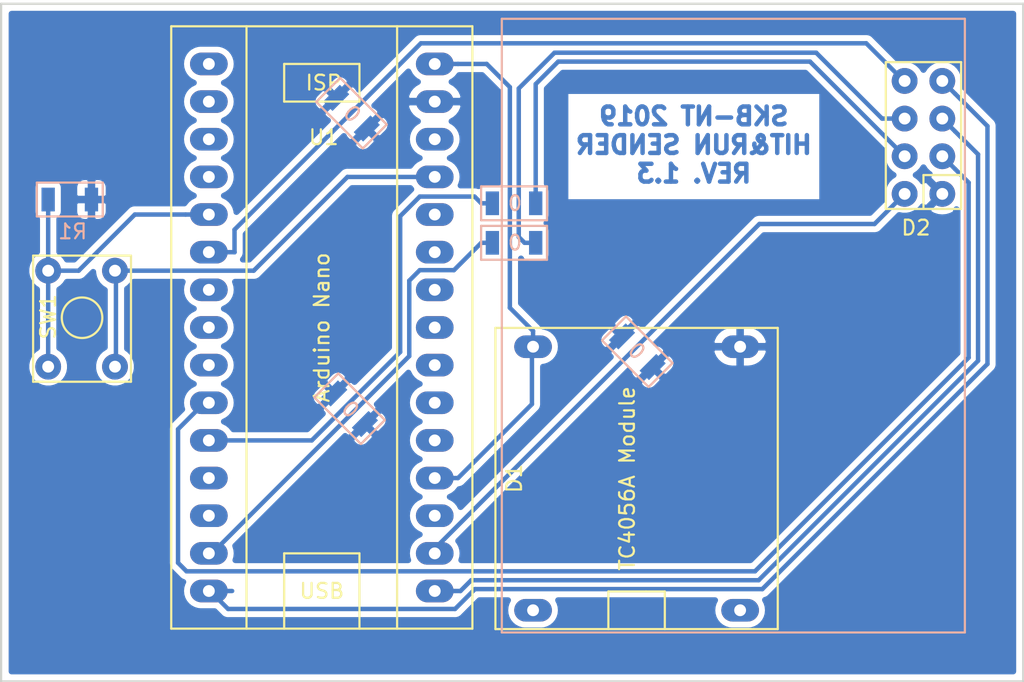
<source format=kicad_pcb>
(kicad_pcb (version 20171130) (host pcbnew "(5.1.2)-2")

  (general
    (thickness 1.6)
    (drawings 9)
    (tracks 83)
    (zones 0)
    (modules 10)
    (nets 32)
  )

  (page A4)
  (layers
    (0 F.Cu signal)
    (31 B.Cu signal)
    (32 B.Adhes user)
    (33 F.Adhes user)
    (34 B.Paste user)
    (35 F.Paste user)
    (36 B.SilkS user)
    (37 F.SilkS user)
    (38 B.Mask user)
    (39 F.Mask user)
    (40 Dwgs.User user)
    (41 Cmts.User user)
    (42 Eco1.User user)
    (43 Eco2.User user)
    (44 Edge.Cuts user)
    (45 Margin user)
    (46 B.CrtYd user)
    (47 F.CrtYd user)
    (48 B.Fab user hide)
    (49 F.Fab user hide)
  )

  (setup
    (last_trace_width 0.3)
    (trace_clearance 0.3)
    (zone_clearance 0.4)
    (zone_45_only no)
    (trace_min 0.3)
    (via_size 0.8)
    (via_drill 0.4)
    (via_min_size 0.4)
    (via_min_drill 0.3)
    (uvia_size 0.3)
    (uvia_drill 0.1)
    (uvias_allowed no)
    (uvia_min_size 0.2)
    (uvia_min_drill 0.1)
    (edge_width 0.15)
    (segment_width 0.2)
    (pcb_text_width 0.3)
    (pcb_text_size 1.5 1.5)
    (mod_edge_width 0.15)
    (mod_text_size 1 1)
    (mod_text_width 0.15)
    (pad_size 0.9 1.6)
    (pad_drill 0)
    (pad_to_mask_clearance 0.051)
    (solder_mask_min_width 0.25)
    (aux_axis_origin 0 0)
    (grid_origin 244.856 61.595)
    (visible_elements 7FFFFFFF)
    (pcbplotparams
      (layerselection 0x00000_fffffffe)
      (usegerberextensions false)
      (usegerberattributes false)
      (usegerberadvancedattributes false)
      (creategerberjobfile false)
      (excludeedgelayer true)
      (linewidth 0.100000)
      (plotframeref false)
      (viasonmask false)
      (mode 1)
      (useauxorigin false)
      (hpglpennumber 1)
      (hpglpenspeed 20)
      (hpglpendiameter 15.000000)
      (psnegative true)
      (psa4output false)
      (plotreference true)
      (plotvalue true)
      (plotinvisibletext false)
      (padsonsilk false)
      (subtractmaskfromsilk false)
      (outputformat 4)
      (mirror false)
      (drillshape 2)
      (scaleselection 1)
      (outputdirectory ""))
  )

  (net 0 "")
  (net 1 "Net-(D1-Pad1)")
  (net 2 "Net-(D1-Pad2)")
  (net 3 -BATT)
  (net 4 +BATT)
  (net 5 "Net-(D2-Pad2)")
  (net 6 "Net-(D2-Pad3)")
  (net 7 "Net-(D2-Pad4)")
  (net 8 "Net-(D2-Pad5)")
  (net 9 "Net-(D2-Pad6)")
  (net 10 "Net-(D2-Pad7)")
  (net 11 +3V3)
  (net 12 "Net-(R1-Pad2)")
  (net 13 +5V)
  (net 14 "Net-(U1-Pad1)")
  (net 15 "Net-(U1-Pad2)")
  (net 16 "Net-(U1-Pad3)")
  (net 17 "Net-(U1-Pad4)")
  (net 18 "Net-(U1-Pad7)")
  (net 19 "Net-(U1-Pad8)")
  (net 20 "Net-(U1-Pad9)")
  (net 21 "Net-(U1-Pad12)")
  (net 22 "Net-(U1-Pad13)")
  (net 23 "Net-(U1-Pad20)")
  (net 24 "Net-(U1-Pad23)")
  (net 25 "Net-(U1-Pad21)")
  (net 26 "Net-(U1-Pad25)")
  (net 27 "Net-(U1-Pad24)")
  (net 28 "Net-(U1-Pad26)")
  (net 29 "Net-(U1-Pad28)")
  (net 30 "Net-(U1-Pad18)")
  (net 31 "Net-(U1-Pad22)")

  (net_class Default "Это класс цепей по умолчанию."
    (clearance 0.3)
    (trace_width 0.3)
    (via_dia 0.8)
    (via_drill 0.4)
    (uvia_dia 0.3)
    (uvia_drill 0.1)
    (diff_pair_width 0.3)
    (diff_pair_gap 0.3)
    (add_net +3V3)
    (add_net +5V)
    (add_net +BATT)
    (add_net -BATT)
    (add_net "Net-(D1-Pad1)")
    (add_net "Net-(D1-Pad2)")
    (add_net "Net-(D2-Pad2)")
    (add_net "Net-(D2-Pad3)")
    (add_net "Net-(D2-Pad4)")
    (add_net "Net-(D2-Pad5)")
    (add_net "Net-(D2-Pad6)")
    (add_net "Net-(D2-Pad7)")
    (add_net "Net-(R1-Pad2)")
    (add_net "Net-(U1-Pad1)")
    (add_net "Net-(U1-Pad12)")
    (add_net "Net-(U1-Pad13)")
    (add_net "Net-(U1-Pad18)")
    (add_net "Net-(U1-Pad2)")
    (add_net "Net-(U1-Pad20)")
    (add_net "Net-(U1-Pad21)")
    (add_net "Net-(U1-Pad22)")
    (add_net "Net-(U1-Pad23)")
    (add_net "Net-(U1-Pad24)")
    (add_net "Net-(U1-Pad25)")
    (add_net "Net-(U1-Pad26)")
    (add_net "Net-(U1-Pad28)")
    (add_net "Net-(U1-Pad3)")
    (add_net "Net-(U1-Pad4)")
    (add_net "Net-(U1-Pad7)")
    (add_net "Net-(U1-Pad8)")
    (add_net "Net-(U1-Pad9)")
  )

  (module CustomResistors:SMD_Resistor_1206_zero (layer F.Cu) (tedit 5D05A413) (tstamp 5D05B8A3)
    (at 217.185408 57.147356 315)
    (attr smd)
    (fp_text reference REF** (at 2.159 -0.888999 135) (layer B.Fab) hide
      (effects (font (size 1 1) (thickness 0.15)) (justify mirror))
    )
    (fp_text value SMD_Resistor_1206_zero (at 3.556 3.937 135) (layer B.Fab) hide
      (effects (font (size 1 1) (thickness 0.15)) (justify mirror))
    )
    (fp_line (start 0.127 0.254) (end 0.127 2.413) (layer B.SilkS) (width 0.15))
    (fp_line (start 0.127 2.413) (end 4.572 2.413) (layer B.SilkS) (width 0.15))
    (fp_line (start 4.572 2.413) (end 4.572 0.127) (layer B.SilkS) (width 0.15))
    (fp_line (start 4.572 0.127) (end 0.127 0.127) (layer B.SilkS) (width 0.15))
    (fp_line (start 0.127 0.127) (end 0.127 0.254) (layer B.SilkS) (width 0.15))
    (fp_text user 0 (at 2.413 1.27 135) (layer B.SilkS)
      (effects (font (size 1 1) (thickness 0.15)))
    )
    (pad 1 smd rect (at 0.889 1.270001 315) (size 0.9 1.6) (layers B.Cu B.Paste B.Mask)
      (net 3 -BATT))
    (pad 1 smd rect (at 3.81 1.27 315) (size 0.9 1.6) (layers B.Cu B.Paste B.Mask)
      (net 3 -BATT))
    (model ":KICAD_CUSTOM_3D_MODELS:R1206 zero.stp"
      (offset (xyz 3.91 -0.475 -1.75))
      (scale (xyz 1 1 1))
      (rotate (xyz 90 0 -90))
    )
  )

  (module CustomArduino:Arduino_Nano (layer F.Cu) (tedit 5D05A1E6) (tstamp 5CFE0F64)
    (at 205.9138 33.905)
    (path /5CF249FB)
    (fp_text reference U1 (at 10.287 7.493) (layer F.SilkS)
      (effects (font (size 1 1) (thickness 0.15)))
    )
    (fp_text value Arduino_Nano (at 10.033 42.164) (layer F.Fab)
      (effects (font (size 1 1) (thickness 0.15)))
    )
    (fp_text user USB (at 10.16 38.1) (layer F.SilkS)
      (effects (font (size 1 1) (thickness 0.15)))
    )
    (fp_text user ISP (at 10.287 3.81) (layer F.SilkS)
      (effects (font (size 1 1) (thickness 0.15)))
    )
    (fp_text user "Arduino Nano" (at 10.16 20.32 90) (layer F.SilkS)
      (effects (font (size 1 1) (thickness 0.15)))
    )
    (fp_line (start 15.24 0) (end 15.24 40.64) (layer F.SilkS) (width 0.15))
    (fp_line (start 5.08 0) (end 5.08 40.64) (layer F.SilkS) (width 0.15))
    (fp_line (start 12.7 2.54) (end 7.62 2.54) (layer F.SilkS) (width 0.15))
    (fp_line (start 12.7 5.08) (end 12.7 2.54) (layer F.SilkS) (width 0.15))
    (fp_line (start 7.62 5.08) (end 12.7 5.08) (layer F.SilkS) (width 0.15))
    (fp_line (start 7.62 2.54) (end 7.62 5.08) (layer F.SilkS) (width 0.15))
    (fp_line (start 12.7 35.56) (end 12.7 40.64) (layer F.SilkS) (width 0.15))
    (fp_line (start 7.62 35.56) (end 12.7 35.56) (layer F.SilkS) (width 0.15))
    (fp_line (start 7.62 40.64) (end 7.62 35.56) (layer F.SilkS) (width 0.15))
    (fp_line (start 20.32 0) (end 0 0) (layer F.SilkS) (width 0.15))
    (fp_line (start 20.32 40.64) (end 20.32 0) (layer F.SilkS) (width 0.15))
    (fp_line (start 0 40.64) (end 20.32 40.64) (layer F.SilkS) (width 0.15))
    (fp_line (start 0 0) (end 0 40.64) (layer F.SilkS) (width 0.15))
    (pad 22 thru_hole oval (at 17.78 22.86) (size 2.54 1.524) (drill 0.8) (layers B.Cu B.Mask)
      (net 31 "Net-(U1-Pad22)"))
    (pad 27 thru_hole oval (at 17.78 10.16) (size 2.54 1.524) (drill 0.8) (layers B.Cu B.Mask)
      (net 13 +5V))
    (pad 18 thru_hole oval (at 17.78 33.02) (size 2.54 1.524) (drill 0.8) (layers B.Cu B.Mask)
      (net 30 "Net-(U1-Pad18)"))
    (pad 28 thru_hole oval (at 17.78 7.62) (size 2.54 1.524) (drill 0.8) (layers B.Cu B.Mask)
      (net 29 "Net-(U1-Pad28)"))
    (pad 26 thru_hole oval (at 17.78 12.7) (size 2.54 1.524) (drill 0.8) (layers B.Cu B.Mask)
      (net 28 "Net-(U1-Pad26)"))
    (pad 24 thru_hole oval (at 17.78 17.78) (size 2.54 1.524) (drill 0.8) (layers B.Cu B.Mask)
      (net 27 "Net-(U1-Pad24)"))
    (pad 25 thru_hole oval (at 17.78 15.24) (size 2.54 1.524) (drill 0.8) (layers B.Cu B.Mask)
      (net 26 "Net-(U1-Pad25)"))
    (pad 29 thru_hole oval (at 17.78 5.08) (size 2.54 1.524) (drill 0.8) (layers B.Cu B.Mask)
      (net 3 -BATT))
    (pad 21 thru_hole oval (at 17.78 25.4) (size 2.54 1.524) (drill 0.8) (layers B.Cu B.Mask)
      (net 25 "Net-(U1-Pad21)"))
    (pad 23 thru_hole oval (at 17.78 20.32) (size 2.54 1.524) (drill 0.8) (layers B.Cu B.Mask)
      (net 24 "Net-(U1-Pad23)"))
    (pad 20 thru_hole oval (at 17.78 27.94) (size 2.54 1.524) (drill 0.8) (layers B.Cu B.Mask)
      (net 23 "Net-(U1-Pad20)"))
    (pad 19 thru_hole oval (at 17.78 30.48) (size 2.54 1.524) (drill 0.8) (layers B.Cu B.Mask)
      (net 4 +BATT))
    (pad 16 thru_hole oval (at 17.78 38.1) (size 2.54 1.524) (drill 0.8) (layers B.Cu B.Mask)
      (net 6 "Net-(D2-Pad3)"))
    (pad 17 thru_hole oval (at 17.78 35.56) (size 2.54 1.524) (drill 0.8) (layers B.Cu B.Mask)
      (net 11 +3V3))
    (pad 30 thru_hole oval (at 17.78 2.54) (size 2.54 1.524) (drill 0.8) (layers B.Cu B.Mask)
      (net 4 +BATT))
    (pad 14 thru_hole oval (at 2.54 35.56) (size 2.54 1.524) (drill 0.8) (layers B.Cu B.Mask)
      (net 9 "Net-(D2-Pad6)"))
    (pad 13 thru_hole oval (at 2.54 33.02) (size 2.54 1.524) (drill 0.8) (layers B.Cu B.Mask)
      (net 22 "Net-(U1-Pad13)"))
    (pad 15 thru_hole oval (at 2.54 38.1) (size 2.54 1.524) (drill 0.8) (layers B.Cu B.Mask)
      (net 7 "Net-(D2-Pad4)"))
    (pad 12 thru_hole oval (at 2.54 30.48) (size 2.54 1.524) (drill 0.8) (layers B.Cu B.Mask)
      (net 21 "Net-(U1-Pad12)"))
    (pad 11 thru_hole oval (at 2.54 27.94) (size 2.54 1.524) (drill 0.8) (layers B.Cu B.Mask)
      (net 10 "Net-(D2-Pad7)"))
    (pad 9 thru_hole oval (at 2.54 22.86) (size 2.54 1.524) (drill 0.8) (layers B.Cu B.Mask)
      (net 20 "Net-(U1-Pad9)"))
    (pad 8 thru_hole oval (at 2.54 20.32) (size 2.54 1.524) (drill 0.8) (layers B.Cu B.Mask)
      (net 19 "Net-(U1-Pad8)"))
    (pad 10 thru_hole oval (at 2.54 25.4) (size 2.54 1.524) (drill 0.8) (layers B.Cu B.Mask)
      (net 5 "Net-(D2-Pad2)"))
    (pad 7 thru_hole oval (at 2.54 17.78) (size 2.54 1.524) (drill 0.8) (layers B.Cu B.Mask)
      (net 18 "Net-(U1-Pad7)"))
    (pad 6 thru_hole oval (at 2.54 15.24) (size 2.54 1.524) (drill 0.8) (layers B.Cu B.Mask)
      (net 8 "Net-(D2-Pad5)"))
    (pad 5 thru_hole oval (at 2.54 12.7) (size 2.54 1.524) (drill 0.8) (layers B.Cu B.Mask)
      (net 12 "Net-(R1-Pad2)"))
    (pad 4 thru_hole oval (at 2.54 10.16) (size 2.54 1.524) (drill 0.8) (layers B.Cu B.Mask)
      (net 17 "Net-(U1-Pad4)"))
    (pad 3 thru_hole oval (at 2.54 7.62) (size 2.54 1.524) (drill 0.8) (layers B.Cu B.Mask)
      (net 16 "Net-(U1-Pad3)"))
    (pad 2 thru_hole oval (at 2.54 5.08) (size 2.54 1.524) (drill 0.8) (layers B.Cu B.Mask)
      (net 15 "Net-(U1-Pad2)"))
    (pad 1 thru_hole oval (at 2.54 2.54) (size 2.54 1.524) (drill 0.8) (layers B.Cu B.Mask)
      (net 14 "Net-(U1-Pad1)"))
    (model ":KICAD_CUSTOM_3D_MODELS:Arduino Nano.stp"
      (offset (xyz 19.04999971389771 -41.65599937438964 12.69999980926514))
      (scale (xyz 1 1 1))
      (rotate (xyz 90 0 90))
    )
  )

  (module CustomResistors:SMD_Resistor_1206_zero (layer F.Cu) (tedit 5D05A210) (tstamp 5D05A9B9)
    (at 226.695 44.577)
    (attr smd)
    (fp_text reference REF** (at 2.159 -0.889) (layer B.SilkS) hide
      (effects (font (size 1 1) (thickness 0.15)) (justify mirror))
    )
    (fp_text value SMD_Resistor_1206_zero (at 3.556 3.937) (layer B.Fab) hide
      (effects (font (size 1 1) (thickness 0.15)) (justify mirror))
    )
    (fp_text user 0 (at 2.413 1.27) (layer B.SilkS)
      (effects (font (size 1 1) (thickness 0.15)))
    )
    (fp_line (start 0.127 0.127) (end 0.127 0.254) (layer B.SilkS) (width 0.15))
    (fp_line (start 4.572 0.127) (end 0.127 0.127) (layer B.SilkS) (width 0.15))
    (fp_line (start 4.572 2.413) (end 4.572 0.127) (layer B.SilkS) (width 0.15))
    (fp_line (start 0.127 2.413) (end 4.572 2.413) (layer B.SilkS) (width 0.15))
    (fp_line (start 0.127 0.254) (end 0.127 2.413) (layer B.SilkS) (width 0.15))
    (pad 1 smd rect (at 3.81 1.27) (size 0.9 1.6) (layers B.Cu B.Paste B.Mask)
      (net 10 "Net-(D2-Pad7)"))
    (pad 1 smd rect (at 0.889 1.27) (size 0.9 1.6) (layers B.Cu B.Paste B.Mask)
      (net 10 "Net-(D2-Pad7)"))
    (model ":KICAD_CUSTOM_3D_MODELS:R1206 zero.stp"
      (offset (xyz 3.91 -0.475 -1.75))
      (scale (xyz 1 1 1))
      (rotate (xyz 90 0 -90))
    )
  )

  (module CustomResistors:SMD_Resistor_1206_zero (layer F.Cu) (tedit 5D05A210) (tstamp 5D05A6ED)
    (at 226.695 47.244)
    (attr smd)
    (fp_text reference REF** (at 2.159 -0.889) (layer B.SilkS) hide
      (effects (font (size 1 1) (thickness 0.15)) (justify mirror))
    )
    (fp_text value SMD_Resistor_1206_zero (at 3.556 3.937) (layer B.Fab) hide
      (effects (font (size 1 1) (thickness 0.15)) (justify mirror))
    )
    (fp_line (start 0.127 0.254) (end 0.127 2.413) (layer B.SilkS) (width 0.15))
    (fp_line (start 0.127 2.413) (end 4.572 2.413) (layer B.SilkS) (width 0.15))
    (fp_line (start 4.572 2.413) (end 4.572 0.127) (layer B.SilkS) (width 0.15))
    (fp_line (start 4.572 0.127) (end 0.127 0.127) (layer B.SilkS) (width 0.15))
    (fp_line (start 0.127 0.127) (end 0.127 0.254) (layer B.SilkS) (width 0.15))
    (fp_text user 0 (at 2.413 1.27) (layer B.SilkS)
      (effects (font (size 1 1) (thickness 0.15)))
    )
    (pad 1 smd rect (at 0.889 1.27) (size 0.9 1.6) (layers B.Cu B.Paste B.Mask)
      (net 9 "Net-(D2-Pad6)"))
    (pad 1 smd rect (at 3.81 1.27) (size 0.9 1.6) (layers B.Cu B.Paste B.Mask)
      (net 9 "Net-(D2-Pad6)"))
    (model ":KICAD_CUSTOM_3D_MODELS:R1206 zero.stp"
      (offset (xyz 3.91 -0.475 -1.75))
      (scale (xyz 1 1 1))
      (rotate (xyz 90 0 -90))
    )
  )

  (module CustomResistors:SMD_Resistor_1206_zero (layer F.Cu) (tedit 5D05A210) (tstamp 5D05A6ED)
    (at 217.312408 37.208356 315)
    (attr smd)
    (fp_text reference REF** (at 2.159 -0.888999 135) (layer B.Fab) hide
      (effects (font (size 1 1) (thickness 0.15)) (justify mirror))
    )
    (fp_text value SMD_Resistor_1206_zero (at 3.556 3.937 135) (layer B.Fab) hide
      (effects (font (size 1 1) (thickness 0.15)) (justify mirror))
    )
    (fp_text user 0 (at 2.413 1.27 135) (layer B.SilkS)
      (effects (font (size 1 1) (thickness 0.15)))
    )
    (fp_line (start 0.127 0.127) (end 0.127 0.254) (layer B.SilkS) (width 0.15))
    (fp_line (start 4.572 0.127) (end 0.127 0.127) (layer B.SilkS) (width 0.15))
    (fp_line (start 4.572 2.413) (end 4.572 0.127) (layer B.SilkS) (width 0.15))
    (fp_line (start 0.127 2.413) (end 4.572 2.413) (layer B.SilkS) (width 0.15))
    (fp_line (start 0.127 0.254) (end 0.127 2.413) (layer B.SilkS) (width 0.15))
    (pad 1 smd rect (at 3.81 1.27 315) (size 0.9 1.6) (layers B.Cu B.Paste B.Mask)
      (net 3 -BATT))
    (pad 1 smd rect (at 0.889 1.27 315) (size 0.9 1.6) (layers B.Cu B.Paste B.Mask)
      (net 3 -BATT))
    (model ":KICAD_CUSTOM_3D_MODELS:R1206 zero.stp"
      (offset (xyz 3.91 -0.475 -1.75))
      (scale (xyz 1 1 1))
      (rotate (xyz 90 0 -90))
    )
  )

  (module CustomResistors:SMD_Resistor_1206_zero (layer F.Cu) (tedit 5D05A210) (tstamp 5D058FBD)
    (at 238.125 58.42 135)
    (attr smd)
    (fp_text reference REF** (at 2.159 -0.888999 135) (layer B.Fab) hide
      (effects (font (size 1 1) (thickness 0.15)) (justify mirror))
    )
    (fp_text value SMD_Resistor_1206_zero (at 3.556 3.937 135) (layer B.SilkS) hide
      (effects (font (size 1 1) (thickness 0.15)) (justify mirror))
    )
    (fp_line (start 0.127 0.254) (end 0.127 2.413) (layer B.SilkS) (width 0.15))
    (fp_line (start 0.127 2.413) (end 4.572 2.413) (layer B.SilkS) (width 0.15))
    (fp_line (start 4.572 2.413) (end 4.572 0.127) (layer B.SilkS) (width 0.15))
    (fp_line (start 4.572 0.127) (end 0.127 0.127) (layer B.SilkS) (width 0.15))
    (fp_line (start 0.127 0.127) (end 0.127 0.254) (layer B.SilkS) (width 0.15))
    (fp_text user 0 (at 2.413 1.27 135) (layer B.SilkS)
      (effects (font (size 1 1) (thickness 0.15)))
    )
    (pad 1 smd rect (at 0.889 1.27 135) (size 0.9 1.6) (layers B.Cu B.Paste B.Mask)
      (net 3 -BATT))
    (pad 1 smd rect (at 3.81 1.27 135) (size 0.9 1.6) (layers B.Cu B.Paste B.Mask)
      (net 3 -BATT))
    (model ":KICAD_CUSTOM_3D_MODELS:R1206 zero.stp"
      (offset (xyz 3.91 -0.475 -1.75))
      (scale (xyz 1 1 1))
      (rotate (xyz 90 0 -90))
    )
  )

  (module CustomModules:nRF24L01 (layer F.Cu) (tedit 5D05910D) (tstamp 5CFE0F1C)
    (at 259.207 46.482 180)
    (path /5CFE08B1)
    (fp_text reference D2 (at 3.048 -1.016) (layer F.SilkS)
      (effects (font (size 1 1) (thickness 0.15)))
    )
    (fp_text value nRF24L01 (at 2.54 11.43) (layer F.Fab)
      (effects (font (size 1 1) (thickness 0.15)))
    )
    (fp_line (start 2.54 2.54) (end 2.54 0.254) (layer F.SilkS) (width 0.15))
    (fp_line (start 0 2.54) (end 2.54 2.54) (layer F.SilkS) (width 0.15))
    (fp_line (start 5.08 0.254) (end 0 0.254) (layer F.SilkS) (width 0.15))
    (fp_line (start 5.08 10.16) (end 5.08 0.254) (layer F.SilkS) (width 0.15))
    (fp_line (start 0 10.16) (end 5.08 10.16) (layer F.SilkS) (width 0.15))
    (fp_line (start 0 0.254) (end 0 10.16) (layer F.SilkS) (width 0.15))
    (pad 8 thru_hole circle (at 3.81 1.27 180) (size 1.74 1.74) (drill 0.8) (layers B.Cu B.Mask)
      (net 11 +3V3))
    (pad 7 thru_hole circle (at 3.81 3.81 180) (size 1.74 1.74) (drill 0.8) (layers B.Cu B.Mask)
      (net 10 "Net-(D2-Pad7)"))
    (pad 6 thru_hole circle (at 3.81 6.35 180) (size 1.74 1.74) (drill 0.8) (layers B.Cu B.Mask)
      (net 9 "Net-(D2-Pad6)"))
    (pad 5 thru_hole circle (at 3.81 8.89 180) (size 1.74 1.74) (drill 0.8) (layers B.Cu B.Mask)
      (net 8 "Net-(D2-Pad5)"))
    (pad 4 thru_hole circle (at 1.27 8.89 180) (size 1.74 1.74) (drill 0.8) (layers B.Cu B.Mask)
      (net 7 "Net-(D2-Pad4)"))
    (pad 3 thru_hole circle (at 1.27 6.35 180) (size 1.74 1.74) (drill 0.8) (layers B.Cu B.Mask)
      (net 6 "Net-(D2-Pad3)"))
    (pad 2 thru_hole circle (at 1.27 3.81 180) (size 1.74 1.74) (drill 0.8) (layers B.Cu B.Mask)
      (net 5 "Net-(D2-Pad2)"))
    (pad 1 thru_hole circle (at 1.27 1.27 180) (size 1.74 1.74) (drill 0.8) (layers B.Cu B.Mask)
      (net 3 -BATT))
    (model :KICAD_CUSTOM_3D_MODELS:nRF24L01.stp
      (offset (xyz 2.55 0 11.5))
      (scale (xyz 1 1 1))
      (rotate (xyz 90 0 -90))
    )
  )

  (module CustomModules:TC4056A_Battery_module locked (layer F.Cu) (tedit 5D0590DE) (tstamp 5CFE0F0A)
    (at 227.7872 74.5744 90)
    (path /5CFE0404)
    (fp_text reference D1 (at 10.16 1.27 90) (layer F.SilkS)
      (effects (font (size 1 1) (thickness 0.15)))
    )
    (fp_text value "TC4056A Module" (at 10.16 8.89 90) (layer F.SilkS)
      (effects (font (size 1 1) (thickness 0.15)))
    )
    (fp_line (start 2.54 11.43) (end 0 11.43) (layer F.SilkS) (width 0.15))
    (fp_line (start 2.54 10.16) (end 2.54 11.43) (layer F.SilkS) (width 0.15))
    (fp_line (start 2.54 7.62) (end 2.54 10.16) (layer F.SilkS) (width 0.15))
    (fp_line (start 0 7.62) (end 2.54 7.62) (layer F.SilkS) (width 0.15))
    (fp_line (start 20.32 0) (end 0 0) (layer F.SilkS) (width 0.15))
    (fp_line (start 20.32 19.05) (end 20.32 0) (layer F.SilkS) (width 0.15))
    (fp_line (start 0 19.05) (end 20.32 19.05) (layer F.SilkS) (width 0.15))
    (fp_line (start 0 0) (end 0 19.05) (layer F.SilkS) (width 0.15))
    (pad 4 thru_hole oval (at 19.05 2.54 90) (size 1.524 2.54) (drill 0.8) (layers B.Cu B.Mask)
      (net 4 +BATT))
    (pad 3 thru_hole oval (at 19.05 16.51 90) (size 1.524 2.54) (drill 0.8) (layers B.Cu B.Mask)
      (net 3 -BATT))
    (pad 2 thru_hole oval (at 1.27 16.51 90) (size 1.524 2.54) (drill 0.8) (layers B.Cu B.Mask)
      (net 2 "Net-(D1-Pad2)"))
    (pad 1 thru_hole oval (at 1.27 2.54 90) (size 1.524 2.54) (drill 0.8) (layers B.Cu B.Mask)
      (net 1 "Net-(D1-Pad1)"))
    (model ":KICAD_CUSTOM_3D_MODELS:TC4056A Battery module wBLS.stp"
      (offset (xyz 12.65 -8.800000000000001 4.5))
      (scale (xyz 1 1 1))
      (rotate (xyz -90 180 -90))
    )
  )

  (module CustomResistors:SMD_Resistor_1206 (layer F.Cu) (tedit 5D05A203) (tstamp 5CFE0F27)
    (at 201.422 46.863 180)
    (path /5CFE0632)
    (attr smd)
    (fp_text reference R1 (at 2.159 -0.889) (layer B.SilkS)
      (effects (font (size 1 1) (thickness 0.15)) (justify mirror))
    )
    (fp_text value Default_Resistor (at 3.556 3.937) (layer B.Fab) hide
      (effects (font (size 1 1) (thickness 0.15)) (justify mirror))
    )
    (fp_line (start 0.127 0.127) (end 0.127 0.254) (layer B.SilkS) (width 0.15))
    (fp_line (start 4.572 0.127) (end 0.127 0.127) (layer B.SilkS) (width 0.15))
    (fp_line (start 4.572 2.413) (end 4.572 0.127) (layer B.SilkS) (width 0.15))
    (fp_line (start 0.127 2.413) (end 4.572 2.413) (layer B.SilkS) (width 0.15))
    (fp_line (start 0.127 0.254) (end 0.127 2.413) (layer B.SilkS) (width 0.15))
    (pad 2 smd rect (at 3.81 1.27 180) (size 0.9 1.6) (layers B.Cu B.Paste B.Mask)
      (net 12 "Net-(R1-Pad2)"))
    (pad 1 smd rect (at 0.889 1.27 180) (size 0.9 1.6) (layers B.Cu B.Paste B.Mask)
      (net 3 -BATT))
    (model :KICAD_CUSTOM_3D_MODELS:R1206.stp
      (offset (xyz 3.91 -0.475 -1.75))
      (scale (xyz 1 1 1))
      (rotate (xyz 90 0 -90))
    )
  )

  (module CustomButtons:THT_Tactical_Switch_6x6x3.5 (layer F.Cu) (tedit 5D05913B) (tstamp 5CFF7381)
    (at 196.596 57.8866 90)
    (path /5CFE048A)
    (fp_text reference SW1 (at 4.3815 1.016 270) (layer F.SilkS)
      (effects (font (size 1 1) (thickness 0.15)))
    )
    (fp_text value THT_Tactical_Button_6x6x3.5mm (at 3.048 -1.778 270) (layer F.Fab) hide
      (effects (font (size 1 1) (thickness 0.15)))
    )
    (fp_circle (center 4.318 3.302) (end 4.826 4.572) (layer F.SilkS) (width 0.15))
    (fp_line (start 8.509 0) (end 0 0) (layer F.SilkS) (width 0.15))
    (fp_line (start 8.509 6.604) (end 8.509 0) (layer F.SilkS) (width 0.15))
    (fp_line (start 0 6.604) (end 8.509 6.604) (layer F.SilkS) (width 0.15))
    (fp_line (start 0 0) (end 0 6.604) (layer F.SilkS) (width 0.15))
    (pad 2 thru_hole circle (at 7.493 5.5245 90) (size 1.74 1.74) (drill 0.8) (layers B.Cu B.Mask)
      (net 13 +5V))
    (pad 1 thru_hole circle (at 7.493 1.016 90) (size 1.74 1.74) (drill 0.8) (layers B.Cu B.Mask)
      (net 12 "Net-(R1-Pad2)"))
    (pad 2 thru_hole circle (at 1.016 5.5245 90) (size 1.74 1.74) (drill 0.8) (layers B.Cu B.Mask)
      (net 13 +5V))
    (pad 1 thru_hole circle (at 1.016 1.016 90) (size 1.74 1.74) (drill 0.8) (layers B.Cu B.Mask)
      (net 12 "Net-(R1-Pad2)"))
    (model ":KICAD_CUSTOM_3D_MODELS:THT Tactical Switch 6x6x3.5.stp"
      (offset (xyz 2.85 -4.75 0.1))
      (scale (xyz 1 1 1))
      (rotate (xyz -90 0 90))
    )
  )

  (gr_line (start 194.437 32.385) (end 194.437 78.105) (layer Edge.Cuts) (width 0.15) (tstamp 5D05AD07))
  (gr_text "SKB-NT 2019\nHIT&RUN SENDER\nREV. 1.3" (at 241.173 41.91) (layer B.Cu)
    (effects (font (size 1.2 1.2) (thickness 0.3)) (justify mirror))
  )
  (gr_line (start 263.398 32.385) (end 194.437 32.385) (layer Edge.Cuts) (width 0.15))
  (gr_line (start 263.398 78.105) (end 263.398 32.385) (layer Edge.Cuts) (width 0.15))
  (gr_line (start 194.437 78.105) (end 263.398 78.105) (layer Edge.Cuts) (width 0.15))
  (gr_line (start 228.219 74.803) (end 259.461 74.803) (layer B.SilkS) (width 0.15))
  (gr_line (start 228.219 33.401) (end 228.219 74.803) (layer B.SilkS) (width 0.15))
  (gr_line (start 259.461 33.401) (end 228.219 33.401) (layer B.SilkS) (width 0.15))
  (gr_line (start 259.461 74.803) (end 259.461 33.401) (layer B.SilkS) (width 0.15))

  (segment (start 223.901 38.989) (end 224.409 38.989) (width 0.3) (layer B.Cu) (net 3))
  (segment (start 224.2018 38.985) (end 223.6938 38.985) (width 0.3) (layer B.Cu) (net 3))
  (segment (start 225.2638 64.385) (end 230.251 59.3978) (width 0.3) (layer B.Cu) (net 4))
  (segment (start 223.6938 64.385) (end 225.2638 64.385) (width 0.3) (layer B.Cu) (net 4))
  (segment (start 230.251 59.3978) (end 230.251 55.753) (width 0.3) (layer B.Cu) (net 4))
  (segment (start 230.3272 54.4624) (end 228.761989 52.897189) (width 0.3) (layer B.Cu) (net 4))
  (segment (start 230.3272 55.5244) (end 230.3272 54.4624) (width 0.3) (layer B.Cu) (net 4))
  (segment (start 228.761989 52.897189) (end 228.761989 38.007989) (width 0.3) (layer B.Cu) (net 4))
  (segment (start 228.761989 38.007989) (end 227.199 36.445) (width 0.3) (layer B.Cu) (net 4))
  (segment (start 227.199 36.445) (end 225.2638 36.445) (width 0.3) (layer B.Cu) (net 4))
  (segment (start 225.2638 36.445) (end 223.6938 36.445) (width 0.3) (layer B.Cu) (net 4))
  (segment (start 208.4538 59.305) (end 208.9618 59.305) (width 0.3) (layer B.Cu) (net 5))
  (segment (start 258.806999 43.541999) (end 257.937 42.672) (width 0.3) (layer B.Cu) (net 5))
  (segment (start 259.715 56.261) (end 259.715 44.45) (width 0.3) (layer B.Cu) (net 5))
  (segment (start 208.157 59.305) (end 206.375 61.087) (width 0.3) (layer B.Cu) (net 5))
  (segment (start 259.715 44.45) (end 258.806999 43.541999) (width 0.3) (layer B.Cu) (net 5))
  (segment (start 208.4538 59.305) (end 208.157 59.305) (width 0.3) (layer B.Cu) (net 5))
  (segment (start 206.375 61.087) (end 206.375 70.104) (width 0.3) (layer B.Cu) (net 5))
  (segment (start 206.375 70.104) (end 206.94801 70.67701) (width 0.3) (layer B.Cu) (net 5))
  (segment (start 206.94801 70.67701) (end 245.29899 70.67701) (width 0.3) (layer B.Cu) (net 5))
  (segment (start 245.29899 70.67701) (end 259.715 56.261) (width 0.3) (layer B.Cu) (net 5))
  (segment (start 258.806999 41.001999) (end 257.937 40.132) (width 0.3) (layer B.Cu) (net 6))
  (segment (start 225.429 72.005) (end 226.156979 71.277021) (width 0.3) (layer B.Cu) (net 6))
  (segment (start 226.156979 71.277021) (end 245.547522 71.277021) (width 0.3) (layer B.Cu) (net 6))
  (segment (start 223.6938 72.005) (end 225.429 72.005) (width 0.3) (layer B.Cu) (net 6))
  (segment (start 245.547522 71.277021) (end 260.35 56.474543) (width 0.3) (layer B.Cu) (net 6))
  (segment (start 260.35 56.474543) (end 260.35 42.545) (width 0.3) (layer B.Cu) (net 6))
  (segment (start 260.35 42.545) (end 258.806999 41.001999) (width 0.3) (layer B.Cu) (net 6))
  (segment (start 208.4538 72.005) (end 210.0238 72.005) (width 0.3) (layer B.Cu) (net 7))
  (segment (start 258.806999 38.461999) (end 257.937 37.592) (width 0.3) (layer B.Cu) (net 7))
  (segment (start 260.985 40.64) (end 258.806999 38.461999) (width 0.3) (layer B.Cu) (net 7))
  (segment (start 260.985 56.688086) (end 260.985 40.64) (width 0.3) (layer B.Cu) (net 7))
  (segment (start 209.75001 73.21701) (end 225.065532 73.21701) (width 0.3) (layer B.Cu) (net 7))
  (segment (start 225.065532 73.21701) (end 226.40551 71.877032) (width 0.3) (layer B.Cu) (net 7))
  (segment (start 208.4538 72.005) (end 208.538 72.005) (width 0.3) (layer B.Cu) (net 7))
  (segment (start 226.40551 71.877032) (end 245.796054 71.877032) (width 0.3) (layer B.Cu) (net 7))
  (segment (start 208.538 72.005) (end 209.75001 73.21701) (width 0.3) (layer B.Cu) (net 7))
  (segment (start 245.796054 71.877032) (end 260.985 56.688086) (width 0.3) (layer B.Cu) (net 7))
  (segment (start 252.8062 35.052) (end 255.4097 37.6555) (width 0.3) (layer B.Cu) (net 8))
  (segment (start 222.758 35.052) (end 252.8062 35.052) (width 0.3) (layer B.Cu) (net 8))
  (segment (start 210.185 47.625) (end 222.758 35.052) (width 0.3) (layer B.Cu) (net 8))
  (segment (start 210.185 49.149) (end 210.185 47.625) (width 0.3) (layer B.Cu) (net 8))
  (segment (start 208.4538 49.145) (end 210.181 49.145) (width 0.3) (layer B.Cu) (net 8))
  (segment (start 210.181 49.145) (end 210.185 49.149) (width 0.3) (layer B.Cu) (net 8))
  (segment (start 253.873 40.132) (end 255.397 40.132) (width 0.3) (layer B.Cu) (net 9))
  (segment (start 249.428 35.687) (end 253.873 40.132) (width 0.3) (layer B.Cu) (net 9))
  (segment (start 231.775 35.687) (end 249.428 35.687) (width 0.3) (layer B.Cu) (net 9))
  (segment (start 229.362 38.1) (end 231.775 35.687) (width 0.3) (layer B.Cu) (net 9))
  (segment (start 229.362 48.121) (end 229.362 38.1) (width 0.3) (layer B.Cu) (net 9))
  (segment (start 229.755 48.514) (end 229.362 48.121) (width 0.3) (layer B.Cu) (net 9))
  (segment (start 230.505 48.514) (end 229.755 48.514) (width 0.3) (layer B.Cu) (net 9))
  (segment (start 226.834 48.514) (end 227.584 48.514) (width 0.3) (layer B.Cu) (net 9))
  (segment (start 208.665 69.465) (end 221.97379 56.15621) (width 0.3) (layer B.Cu) (net 9))
  (segment (start 208.4538 69.465) (end 208.665 69.465) (width 0.3) (layer B.Cu) (net 9))
  (segment (start 221.97379 56.15621) (end 221.97379 51.06699) (width 0.3) (layer B.Cu) (net 9))
  (segment (start 221.97379 51.06699) (end 222.68377 50.35701) (width 0.3) (layer B.Cu) (net 9))
  (segment (start 222.68377 50.35701) (end 224.99099 50.35701) (width 0.3) (layer B.Cu) (net 9))
  (segment (start 224.99099 50.35701) (end 226.834 48.514) (width 0.3) (layer B.Cu) (net 9))
  (segment (start 230.505 37.805542) (end 232.023532 36.28701) (width 0.3) (layer B.Cu) (net 10))
  (segment (start 230.505 45.847) (end 230.505 37.805542) (width 0.3) (layer B.Cu) (net 10))
  (segment (start 232.023532 36.28701) (end 249.01201 36.28701) (width 0.3) (layer B.Cu) (net 10))
  (segment (start 249.01201 36.28701) (end 255.397 42.672) (width 0.3) (layer B.Cu) (net 10))
  (segment (start 208.4538 61.845) (end 215.396 61.845) (width 0.3) (layer B.Cu) (net 10))
  (segment (start 221.361 55.88) (end 221.361 46.71576) (width 0.3) (layer B.Cu) (net 10))
  (segment (start 215.396 61.845) (end 221.361 55.88) (width 0.3) (layer B.Cu) (net 10))
  (segment (start 221.361 46.71576) (end 222.68377 45.39299) (width 0.3) (layer B.Cu) (net 10))
  (segment (start 222.68377 45.39299) (end 226.37999 45.39299) (width 0.3) (layer B.Cu) (net 10))
  (segment (start 226.834 45.847) (end 227.584 45.847) (width 0.3) (layer B.Cu) (net 10))
  (segment (start 226.37999 45.39299) (end 226.834 45.847) (width 0.3) (layer B.Cu) (net 10))
  (segment (start 223.6938 69.14704) (end 245.59684 47.244) (width 0.3) (layer B.Cu) (net 11))
  (segment (start 223.6938 69.465) (end 223.6938 69.14704) (width 0.3) (layer B.Cu) (net 11))
  (segment (start 245.59684 47.244) (end 253.365 47.244) (width 0.3) (layer B.Cu) (net 11))
  (segment (start 253.365 47.244) (end 255.27 45.339) (width 0.3) (layer B.Cu) (net 11))
  (segment (start 197.612 56.8706) (end 197.612 50.4698) (width 0.3) (layer B.Cu) (net 12))
  (segment (start 197.612 50.3936) (end 197.612 45.72) (width 0.3) (layer B.Cu) (net 12))
  (segment (start 206.8838 46.605) (end 208.4538 46.605) (width 0.3) (layer B.Cu) (net 12))
  (segment (start 203.458 46.605) (end 206.8838 46.605) (width 0.3) (layer B.Cu) (net 12))
  (segment (start 197.612 50.3936) (end 199.6694 50.3936) (width 0.3) (layer B.Cu) (net 12))
  (segment (start 199.6694 50.3936) (end 203.458 46.605) (width 0.3) (layer B.Cu) (net 12))
  (segment (start 202.184 57.023) (end 202.184 50.419) (width 0.3) (layer B.Cu) (net 13))
  (segment (start 217.805 44.069) (end 223.647 44.069) (width 0.3) (layer B.Cu) (net 13))
  (segment (start 202.1205 50.3936) (end 211.4804 50.3936) (width 0.3) (layer B.Cu) (net 13))
  (segment (start 211.4804 50.3936) (end 217.805 44.069) (width 0.3) (layer B.Cu) (net 13))

  (zone (net 3) (net_name -BATT) (layer B.Cu) (tstamp 5D047B17) (hatch edge 0.508)
    (connect_pads (clearance 0.4))
    (min_thickness 0.4)
    (fill yes (arc_segments 32) (thermal_gap 0.508) (thermal_bridge_width 0.508))
    (polygon
      (pts
        (xy 194.945 32.131) (xy 194.945 77.851) (xy 263.398 78.105) (xy 263.398 32.385)
      )
    )
    (filled_polygon
      (pts
        (xy 262.723 77.43) (xy 195.145 77.43) (xy 195.145 50.248818) (xy 196.142 50.248818) (xy 196.142 50.538382)
        (xy 196.198491 50.822383) (xy 196.309303 51.089906) (xy 196.470176 51.330671) (xy 196.674929 51.535424) (xy 196.862001 51.660421)
        (xy 196.862 55.60378) (xy 196.674929 55.728776) (xy 196.470176 55.933529) (xy 196.309303 56.174294) (xy 196.198491 56.441817)
        (xy 196.142 56.725818) (xy 196.142 57.015382) (xy 196.198491 57.299383) (xy 196.309303 57.566906) (xy 196.470176 57.807671)
        (xy 196.674929 58.012424) (xy 196.915694 58.173297) (xy 197.183217 58.284109) (xy 197.467218 58.3406) (xy 197.756782 58.3406)
        (xy 198.040783 58.284109) (xy 198.308306 58.173297) (xy 198.549071 58.012424) (xy 198.753824 57.807671) (xy 198.914697 57.566906)
        (xy 199.025509 57.299383) (xy 199.082 57.015382) (xy 199.082 56.725818) (xy 199.025509 56.441817) (xy 198.914697 56.174294)
        (xy 198.753824 55.933529) (xy 198.549071 55.728776) (xy 198.362 55.60378) (xy 198.362 51.66042) (xy 198.549071 51.535424)
        (xy 198.753824 51.330671) (xy 198.87882 51.1436) (xy 199.632573 51.1436) (xy 199.6694 51.147227) (xy 199.706227 51.1436)
        (xy 199.706235 51.1436) (xy 199.816426 51.132747) (xy 199.957801 51.089861) (xy 200.088093 51.020219) (xy 200.202295 50.926495)
        (xy 200.225779 50.89788) (xy 200.6505 50.473159) (xy 200.6505 50.538382) (xy 200.706991 50.822383) (xy 200.817803 51.089906)
        (xy 200.978676 51.330671) (xy 201.183429 51.535424) (xy 201.424194 51.696297) (xy 201.434001 51.700359) (xy 201.434 55.563841)
        (xy 201.424194 55.567903) (xy 201.183429 55.728776) (xy 200.978676 55.933529) (xy 200.817803 56.174294) (xy 200.706991 56.441817)
        (xy 200.6505 56.725818) (xy 200.6505 57.015382) (xy 200.706991 57.299383) (xy 200.817803 57.566906) (xy 200.978676 57.807671)
        (xy 201.183429 58.012424) (xy 201.424194 58.173297) (xy 201.691717 58.284109) (xy 201.975718 58.3406) (xy 202.265282 58.3406)
        (xy 202.549283 58.284109) (xy 202.816806 58.173297) (xy 203.057571 58.012424) (xy 203.262324 57.807671) (xy 203.423197 57.566906)
        (xy 203.534009 57.299383) (xy 203.5905 57.015382) (xy 203.5905 56.725818) (xy 203.534009 56.441817) (xy 203.423197 56.174294)
        (xy 203.262324 55.933529) (xy 203.057571 55.728776) (xy 202.934 55.646209) (xy 202.934 51.617991) (xy 203.057571 51.535424)
        (xy 203.262324 51.330671) (xy 203.38732 51.1436) (xy 206.690829 51.1436) (xy 206.681388 51.161263) (xy 206.603507 51.418001)
        (xy 206.57721 51.685) (xy 206.603507 51.951999) (xy 206.681388 52.208737) (xy 206.807859 52.445348) (xy 206.978061 52.652739)
        (xy 207.185452 52.822941) (xy 207.422063 52.949412) (xy 207.440484 52.955) (xy 207.422063 52.960588) (xy 207.185452 53.087059)
        (xy 206.978061 53.257261) (xy 206.807859 53.464652) (xy 206.681388 53.701263) (xy 206.603507 53.958001) (xy 206.57721 54.225)
        (xy 206.603507 54.491999) (xy 206.681388 54.748737) (xy 206.807859 54.985348) (xy 206.978061 55.192739) (xy 207.185452 55.362941)
        (xy 207.422063 55.489412) (xy 207.440484 55.495) (xy 207.422063 55.500588) (xy 207.185452 55.627059) (xy 206.978061 55.797261)
        (xy 206.807859 56.004652) (xy 206.681388 56.241263) (xy 206.603507 56.498001) (xy 206.57721 56.765) (xy 206.603507 57.031999)
        (xy 206.681388 57.288737) (xy 206.807859 57.525348) (xy 206.978061 57.732739) (xy 207.185452 57.902941) (xy 207.422063 58.029412)
        (xy 207.440484 58.035) (xy 207.422063 58.040588) (xy 207.185452 58.167059) (xy 206.978061 58.337261) (xy 206.807859 58.544652)
        (xy 206.681388 58.781263) (xy 206.603507 59.038001) (xy 206.57721 59.305) (xy 206.603507 59.571999) (xy 206.656069 59.745272)
        (xy 205.870719 60.530621) (xy 205.842105 60.554105) (xy 205.748381 60.668308) (xy 205.678739 60.7986) (xy 205.635853 60.939975)
        (xy 205.625 61.050166) (xy 205.625 61.050173) (xy 205.621373 61.087) (xy 205.625 61.123827) (xy 205.625001 70.067163)
        (xy 205.621373 70.104) (xy 205.635853 70.251025) (xy 205.678739 70.3924) (xy 205.67874 70.392401) (xy 205.748382 70.522693)
        (xy 205.760841 70.537874) (xy 205.818624 70.608283) (xy 205.818627 70.608286) (xy 205.842106 70.636895) (xy 205.870715 70.660374)
        (xy 206.391636 71.181295) (xy 206.415115 71.209905) (xy 206.443724 71.233384) (xy 206.443726 71.233386) (xy 206.464475 71.250414)
        (xy 206.529317 71.303629) (xy 206.659609 71.373271) (xy 206.728019 71.394023) (xy 206.681388 71.481263) (xy 206.603507 71.738001)
        (xy 206.57721 72.005) (xy 206.603507 72.271999) (xy 206.681388 72.528737) (xy 206.807859 72.765348) (xy 206.978061 72.972739)
        (xy 207.185452 73.142941) (xy 207.422063 73.269412) (xy 207.678801 73.347293) (xy 207.87889 73.367) (xy 208.83934 73.367)
        (xy 209.193636 73.721296) (xy 209.217115 73.749905) (xy 209.331317 73.843629) (xy 209.461609 73.913271) (xy 209.602984 73.956157)
        (xy 209.713175 73.96701) (xy 209.713182 73.96701) (xy 209.75001 73.970637) (xy 209.786837 73.96701) (xy 225.028705 73.96701)
        (xy 225.065532 73.970637) (xy 225.102359 73.96701) (xy 225.102367 73.96701) (xy 225.212558 73.956157) (xy 225.353933 73.913271)
        (xy 225.484225 73.843629) (xy 225.598427 73.749905) (xy 225.62191 73.721291) (xy 226.71617 72.627032) (xy 228.636905 72.627032)
        (xy 228.554788 72.780663) (xy 228.476907 73.037401) (xy 228.45061 73.3044) (xy 228.476907 73.571399) (xy 228.554788 73.828137)
        (xy 228.681259 74.064748) (xy 228.851461 74.272139) (xy 229.058852 74.442341) (xy 229.295463 74.568812) (xy 229.552201 74.646693)
        (xy 229.75229 74.6664) (xy 230.90211 74.6664) (xy 231.102199 74.646693) (xy 231.358937 74.568812) (xy 231.595548 74.442341)
        (xy 231.802939 74.272139) (xy 231.973141 74.064748) (xy 232.099612 73.828137) (xy 232.177493 73.571399) (xy 232.20379 73.3044)
        (xy 232.177493 73.037401) (xy 232.099612 72.780663) (xy 232.017495 72.627032) (xy 242.606905 72.627032) (xy 242.524788 72.780663)
        (xy 242.446907 73.037401) (xy 242.42061 73.3044) (xy 242.446907 73.571399) (xy 242.524788 73.828137) (xy 242.651259 74.064748)
        (xy 242.821461 74.272139) (xy 243.028852 74.442341) (xy 243.265463 74.568812) (xy 243.522201 74.646693) (xy 243.72229 74.6664)
        (xy 244.87211 74.6664) (xy 245.072199 74.646693) (xy 245.328937 74.568812) (xy 245.565548 74.442341) (xy 245.772939 74.272139)
        (xy 245.943141 74.064748) (xy 246.069612 73.828137) (xy 246.147493 73.571399) (xy 246.17379 73.3044) (xy 246.147493 73.037401)
        (xy 246.069612 72.780663) (xy 245.976306 72.6061) (xy 246.084455 72.573293) (xy 246.214747 72.503651) (xy 246.328949 72.409927)
        (xy 246.352433 72.381312) (xy 261.489293 57.244454) (xy 261.517895 57.220981) (xy 261.541369 57.192378) (xy 261.541376 57.192371)
        (xy 261.611618 57.10678) (xy 261.611619 57.106779) (xy 261.681261 56.976487) (xy 261.724147 56.835112) (xy 261.735 56.724921)
        (xy 261.735 56.724912) (xy 261.738627 56.688087) (xy 261.735 56.651262) (xy 261.735 40.676828) (xy 261.738627 40.64)
        (xy 261.735 40.603172) (xy 261.735 40.603165) (xy 261.724147 40.492974) (xy 261.681261 40.351599) (xy 261.611619 40.221307)
        (xy 261.563767 40.163) (xy 261.541376 40.135716) (xy 261.541374 40.135714) (xy 261.517895 40.107105) (xy 261.489286 40.083626)
        (xy 259.363384 37.957725) (xy 259.363375 37.957714) (xy 259.363107 37.957446) (xy 259.407 37.736782) (xy 259.407 37.447218)
        (xy 259.350509 37.163217) (xy 259.239697 36.895694) (xy 259.078824 36.654929) (xy 258.874071 36.450176) (xy 258.633306 36.289303)
        (xy 258.365783 36.178491) (xy 258.081782 36.122) (xy 257.792218 36.122) (xy 257.508217 36.178491) (xy 257.240694 36.289303)
        (xy 256.999929 36.450176) (xy 256.795176 36.654929) (xy 256.667 36.846759) (xy 256.538824 36.654929) (xy 256.334071 36.450176)
        (xy 256.093306 36.289303) (xy 255.825783 36.178491) (xy 255.541782 36.122) (xy 255.252218 36.122) (xy 254.989181 36.174321)
        (xy 253.362579 34.54772) (xy 253.339095 34.519105) (xy 253.224893 34.425381) (xy 253.094601 34.355739) (xy 252.953226 34.312853)
        (xy 252.843035 34.302) (xy 252.843027 34.302) (xy 252.8062 34.298373) (xy 252.769373 34.302) (xy 222.794827 34.302)
        (xy 222.757999 34.298373) (xy 222.721172 34.302) (xy 222.721165 34.302) (xy 222.610974 34.312853) (xy 222.469599 34.355739)
        (xy 222.339307 34.425381) (xy 222.225105 34.519105) (xy 222.201626 34.547714) (xy 218.566712 38.182628) (xy 218.518412 38.092265)
        (xy 218.429938 37.984458) (xy 218.272659 37.832025) (xy 218.022343 37.832025) (xy 217.119368 38.735) (xy 217.13351 38.749142)
        (xy 217.057142 38.82551) (xy 217.043 38.811368) (xy 216.140025 39.714343) (xy 216.140025 39.964659) (xy 216.292458 40.121938)
        (xy 216.400265 40.210412) (xy 216.490628 40.258712) (xy 210.313709 46.435632) (xy 210.304093 46.338001) (xy 210.226212 46.081263)
        (xy 210.099741 45.844652) (xy 209.929539 45.637261) (xy 209.722148 45.467059) (xy 209.485537 45.340588) (xy 209.467116 45.335)
        (xy 209.485537 45.329412) (xy 209.722148 45.202941) (xy 209.929539 45.032739) (xy 210.099741 44.825348) (xy 210.226212 44.588737)
        (xy 210.304093 44.331999) (xy 210.33039 44.065) (xy 210.304093 43.798001) (xy 210.226212 43.541263) (xy 210.099741 43.304652)
        (xy 209.929539 43.097261) (xy 209.722148 42.927059) (xy 209.485537 42.800588) (xy 209.467116 42.795) (xy 209.485537 42.789412)
        (xy 209.722148 42.662941) (xy 209.929539 42.492739) (xy 210.099741 42.285348) (xy 210.226212 42.048737) (xy 210.304093 41.791999)
        (xy 210.33039 41.525) (xy 210.304093 41.258001) (xy 210.226212 41.001263) (xy 210.099741 40.764652) (xy 209.929539 40.557261)
        (xy 209.722148 40.387059) (xy 209.485537 40.260588) (xy 209.467116 40.255) (xy 209.485537 40.249412) (xy 209.722148 40.122941)
        (xy 209.929539 39.952739) (xy 210.099741 39.745348) (xy 210.226212 39.508737) (xy 210.304093 39.251999) (xy 210.33039 38.985)
        (xy 210.330143 38.982487) (xy 215.447691 38.982487) (xy 215.461361 39.12128) (xy 215.501845 39.254738) (xy 215.567588 39.377735)
        (xy 215.656062 39.485542) (xy 215.813341 39.637975) (xy 216.063657 39.637975) (xy 216.966632 38.735) (xy 216.311144 38.079512)
        (xy 216.060829 38.079512) (xy 215.656062 38.479433) (xy 215.567588 38.58724) (xy 215.501845 38.710236) (xy 215.461361 38.843695)
        (xy 215.447691 38.982487) (xy 210.330143 38.982487) (xy 210.304093 38.718001) (xy 210.226212 38.461263) (xy 210.099741 38.224652)
        (xy 209.929539 38.017261) (xy 209.722148 37.847059) (xy 209.545856 37.752829) (xy 216.387512 37.752829) (xy 216.387512 38.003144)
        (xy 217.043 38.658632) (xy 217.945975 37.755657) (xy 217.945975 37.505341) (xy 217.793542 37.348062) (xy 217.685735 37.259588)
        (xy 217.562738 37.193845) (xy 217.42928 37.153361) (xy 217.290487 37.139691) (xy 217.151695 37.153361) (xy 217.018236 37.193845)
        (xy 216.89524 37.259588) (xy 216.787433 37.348062) (xy 216.387512 37.752829) (xy 209.545856 37.752829) (xy 209.485537 37.720588)
        (xy 209.467116 37.715) (xy 209.485537 37.709412) (xy 209.722148 37.582941) (xy 209.929539 37.412739) (xy 210.099741 37.205348)
        (xy 210.226212 36.968737) (xy 210.304093 36.711999) (xy 210.33039 36.445) (xy 210.304093 36.178001) (xy 210.226212 35.921263)
        (xy 210.099741 35.684652) (xy 209.929539 35.477261) (xy 209.722148 35.307059) (xy 209.485537 35.180588) (xy 209.228799 35.102707)
        (xy 209.02871 35.083) (xy 207.87889 35.083) (xy 207.678801 35.102707) (xy 207.422063 35.180588) (xy 207.185452 35.307059)
        (xy 206.978061 35.477261) (xy 206.807859 35.684652) (xy 206.681388 35.921263) (xy 206.603507 36.178001) (xy 206.57721 36.445)
        (xy 206.603507 36.711999) (xy 206.681388 36.968737) (xy 206.807859 37.205348) (xy 206.978061 37.412739) (xy 207.185452 37.582941)
        (xy 207.422063 37.709412) (xy 207.440484 37.715) (xy 207.422063 37.720588) (xy 207.185452 37.847059) (xy 206.978061 38.017261)
        (xy 206.807859 38.224652) (xy 206.681388 38.461263) (xy 206.603507 38.718001) (xy 206.57721 38.985) (xy 206.603507 39.251999)
        (xy 206.681388 39.508737) (xy 206.807859 39.745348) (xy 206.978061 39.952739) (xy 207.185452 40.122941) (xy 207.422063 40.249412)
        (xy 207.440484 40.255) (xy 207.422063 40.260588) (xy 207.185452 40.387059) (xy 206.978061 40.557261) (xy 206.807859 40.764652)
        (xy 206.681388 41.001263) (xy 206.603507 41.258001) (xy 206.57721 41.525) (xy 206.603507 41.791999) (xy 206.681388 42.048737)
        (xy 206.807859 42.285348) (xy 206.978061 42.492739) (xy 207.185452 42.662941) (xy 207.422063 42.789412) (xy 207.440484 42.795)
        (xy 207.422063 42.800588) (xy 207.185452 42.927059) (xy 206.978061 43.097261) (xy 206.807859 43.304652) (xy 206.681388 43.541263)
        (xy 206.603507 43.798001) (xy 206.57721 44.065) (xy 206.603507 44.331999) (xy 206.681388 44.588737) (xy 206.807859 44.825348)
        (xy 206.978061 45.032739) (xy 207.185452 45.202941) (xy 207.422063 45.329412) (xy 207.440484 45.335) (xy 207.422063 45.340588)
        (xy 207.185452 45.467059) (xy 206.978061 45.637261) (xy 206.807859 45.844652) (xy 206.802328 45.855) (xy 203.494828 45.855)
        (xy 203.458 45.851373) (xy 203.421172 45.855) (xy 203.421165 45.855) (xy 203.310974 45.865853) (xy 203.169599 45.908739)
        (xy 203.039307 45.978381) (xy 202.925105 46.072105) (xy 202.901626 46.100714) (xy 199.358741 49.6436) (xy 198.87882 49.6436)
        (xy 198.753824 49.456529) (xy 198.549071 49.251776) (xy 198.362 49.12678) (xy 198.362 46.91298) (xy 198.396955 46.894296)
        (xy 198.488317 46.819317) (xy 198.563296 46.727955) (xy 198.61901 46.623721) (xy 198.653318 46.510621) (xy 198.664903 46.393)
        (xy 199.371574 46.393) (xy 199.385244 46.531792) (xy 199.425728 46.665251) (xy 199.491471 46.788247) (xy 199.579946 46.896054)
        (xy 199.687753 46.984529) (xy 199.810749 47.050272) (xy 199.944208 47.090756) (xy 200.083 47.104426) (xy 200.302 47.101)
        (xy 200.479 46.924) (xy 200.479 45.647) (xy 200.587 45.647) (xy 200.587 46.924) (xy 200.764 47.101)
        (xy 200.983 47.104426) (xy 201.121792 47.090756) (xy 201.255251 47.050272) (xy 201.378247 46.984529) (xy 201.486054 46.896054)
        (xy 201.574529 46.788247) (xy 201.640272 46.665251) (xy 201.680756 46.531792) (xy 201.694426 46.393) (xy 201.691 45.824)
        (xy 201.514 45.647) (xy 200.587 45.647) (xy 200.479 45.647) (xy 199.552 45.647) (xy 199.375 45.824)
        (xy 199.371574 46.393) (xy 198.664903 46.393) (xy 198.664903 44.793) (xy 199.371574 44.793) (xy 199.375 45.362)
        (xy 199.552 45.539) (xy 200.479 45.539) (xy 200.479 44.262) (xy 200.587 44.262) (xy 200.587 45.539)
        (xy 201.514 45.539) (xy 201.691 45.362) (xy 201.694426 44.793) (xy 201.680756 44.654208) (xy 201.640272 44.520749)
        (xy 201.574529 44.397753) (xy 201.486054 44.289946) (xy 201.378247 44.201471) (xy 201.255251 44.135728) (xy 201.121792 44.095244)
        (xy 200.983 44.081574) (xy 200.764 44.085) (xy 200.587 44.262) (xy 200.479 44.262) (xy 200.302 44.085)
        (xy 200.083 44.081574) (xy 199.944208 44.095244) (xy 199.810749 44.135728) (xy 199.687753 44.201471) (xy 199.579946 44.289946)
        (xy 199.491471 44.397753) (xy 199.425728 44.520749) (xy 199.385244 44.654208) (xy 199.371574 44.793) (xy 198.664903 44.793)
        (xy 198.653318 44.675379) (xy 198.61901 44.562279) (xy 198.563296 44.458045) (xy 198.488317 44.366683) (xy 198.396955 44.291704)
        (xy 198.292721 44.23599) (xy 198.179621 44.201682) (xy 198.062 44.190097) (xy 197.162 44.190097) (xy 197.044379 44.201682)
        (xy 196.931279 44.23599) (xy 196.827045 44.291704) (xy 196.735683 44.366683) (xy 196.660704 44.458045) (xy 196.60499 44.562279)
        (xy 196.570682 44.675379) (xy 196.559097 44.793) (xy 196.559097 46.393) (xy 196.570682 46.510621) (xy 196.60499 46.623721)
        (xy 196.660704 46.727955) (xy 196.735683 46.819317) (xy 196.827045 46.894296) (xy 196.862001 46.91298) (xy 196.862 49.12678)
        (xy 196.674929 49.251776) (xy 196.470176 49.456529) (xy 196.309303 49.697294) (xy 196.198491 49.964817) (xy 196.142 50.248818)
        (xy 195.145 50.248818) (xy 195.145 33.06) (xy 262.723001 33.06)
      )
    )
    (filled_polygon
      (pts
        (xy 221.921388 57.288737) (xy 222.047859 57.525348) (xy 222.218061 57.732739) (xy 222.425452 57.902941) (xy 222.662063 58.029412)
        (xy 222.680484 58.035) (xy 222.662063 58.040588) (xy 222.425452 58.167059) (xy 222.218061 58.337261) (xy 222.047859 58.544652)
        (xy 221.921388 58.781263) (xy 221.843507 59.038001) (xy 221.81721 59.305) (xy 221.843507 59.571999) (xy 221.921388 59.828737)
        (xy 222.047859 60.065348) (xy 222.218061 60.272739) (xy 222.425452 60.442941) (xy 222.662063 60.569412) (xy 222.680484 60.575)
        (xy 222.662063 60.580588) (xy 222.425452 60.707059) (xy 222.218061 60.877261) (xy 222.047859 61.084652) (xy 221.921388 61.321263)
        (xy 221.843507 61.578001) (xy 221.81721 61.845) (xy 221.843507 62.111999) (xy 221.921388 62.368737) (xy 222.047859 62.605348)
        (xy 222.218061 62.812739) (xy 222.425452 62.982941) (xy 222.662063 63.109412) (xy 222.680484 63.115) (xy 222.662063 63.120588)
        (xy 222.425452 63.247059) (xy 222.218061 63.417261) (xy 222.047859 63.624652) (xy 221.921388 63.861263) (xy 221.843507 64.118001)
        (xy 221.81721 64.385) (xy 221.843507 64.651999) (xy 221.921388 64.908737) (xy 222.047859 65.145348) (xy 222.218061 65.352739)
        (xy 222.425452 65.522941) (xy 222.662063 65.649412) (xy 222.680484 65.655) (xy 222.662063 65.660588) (xy 222.425452 65.787059)
        (xy 222.218061 65.957261) (xy 222.047859 66.164652) (xy 221.921388 66.401263) (xy 221.843507 66.658001) (xy 221.81721 66.925)
        (xy 221.843507 67.191999) (xy 221.921388 67.448737) (xy 222.047859 67.685348) (xy 222.218061 67.892739) (xy 222.425452 68.062941)
        (xy 222.662063 68.189412) (xy 222.680484 68.195) (xy 222.662063 68.200588) (xy 222.425452 68.327059) (xy 222.218061 68.497261)
        (xy 222.047859 68.704652) (xy 221.921388 68.941263) (xy 221.843507 69.198001) (xy 221.81721 69.465) (xy 221.843507 69.731999)
        (xy 221.902663 69.92701) (xy 210.244937 69.92701) (xy 210.304093 69.731999) (xy 210.33039 69.465) (xy 210.304093 69.198001)
        (xy 210.231608 68.959051) (xy 217.471858 61.718801) (xy 218.078484 61.718801) (xy 218.078484 61.969117) (xy 218.230917 62.126396)
        (xy 218.338724 62.21487) (xy 218.461721 62.280613) (xy 218.595179 62.321097) (xy 218.733972 62.334767) (xy 218.872764 62.321097)
        (xy 219.006223 62.280613) (xy 219.129219 62.21487) (xy 219.237026 62.126396) (xy 219.636947 61.721629) (xy 219.636947 61.471314)
        (xy 218.981459 60.815826) (xy 218.078484 61.718801) (xy 217.471858 61.718801) (xy 217.648421 61.542239) (xy 217.7518 61.642433)
        (xy 218.002116 61.642433) (xy 218.905091 60.739458) (xy 219.057827 60.739458) (xy 219.713315 61.394946) (xy 219.96363 61.394946)
        (xy 220.368397 60.995025) (xy 220.456871 60.887218) (xy 220.522614 60.764222) (xy 220.563098 60.630763) (xy 220.576768 60.491971)
        (xy 220.563098 60.353178) (xy 220.522614 60.21972) (xy 220.456871 60.096723) (xy 220.368397 59.988916) (xy 220.211118 59.836483)
        (xy 219.960802 59.836483) (xy 219.057827 60.739458) (xy 218.905091 60.739458) (xy 218.890949 60.725316) (xy 218.967317 60.648948)
        (xy 218.981459 60.66309) (xy 219.884434 59.760115) (xy 219.884434 59.509799) (xy 219.78424 59.40642) (xy 221.916858 57.273803)
      )
    )
    (filled_polygon
      (pts
        (xy 256.795176 43.609071) (xy 256.999929 43.813824) (xy 257.090614 43.874418) (xy 257.062946 43.889022) (xy 257.049215 43.898198)
        (xy 256.97986 44.178493) (xy 257.937 45.135632) (xy 257.951142 45.12149) (xy 258.02751 45.197858) (xy 258.013368 45.212)
        (xy 258.02751 45.226142) (xy 257.951142 45.30251) (xy 257.937 45.288368) (xy 256.97986 46.245507) (xy 257.049215 46.525802)
        (xy 257.322583 46.673756) (xy 257.619564 46.765536) (xy 257.928742 46.797613) (xy 258.238239 46.768758) (xy 258.536159 46.680076)
        (xy 258.811054 46.534978) (xy 258.824785 46.525802) (xy 258.894139 46.24551) (xy 258.965001 46.316372) (xy 258.965 55.95034)
        (xy 244.988331 69.92701) (xy 225.484937 69.92701) (xy 225.544093 69.731999) (xy 225.57039 69.465) (xy 225.544093 69.198001)
        (xy 225.466212 68.941263) (xy 225.339741 68.704652) (xy 225.275331 68.626168) (xy 236.0288 57.872699) (xy 237.491433 57.872699)
        (xy 237.491433 58.123015) (xy 237.643866 58.280294) (xy 237.751673 58.368768) (xy 237.87467 58.434511) (xy 238.008128 58.474995)
        (xy 238.146921 58.488665) (xy 238.285713 58.474995) (xy 238.419172 58.434511) (xy 238.542168 58.368768) (xy 238.649975 58.280294)
        (xy 239.049896 57.875527) (xy 239.049896 57.625212) (xy 238.394408 56.969724) (xy 237.491433 57.872699) (xy 236.0288 57.872699)
        (xy 236.803299 57.098201) (xy 236.799099 57.140843) (xy 236.812769 57.279636) (xy 236.853253 57.413094) (xy 236.918996 57.536091)
        (xy 237.00747 57.643898) (xy 237.164749 57.796331) (xy 237.415065 57.796331) (xy 238.31804 56.893356) (xy 238.470776 56.893356)
        (xy 239.126264 57.548844) (xy 239.376579 57.548844) (xy 239.781346 57.148923) (xy 239.86982 57.041116) (xy 239.935563 56.91812)
        (xy 239.976047 56.784661) (xy 239.989717 56.645869) (xy 239.976047 56.507076) (xy 239.935563 56.373618) (xy 239.86982 56.250621)
        (xy 239.781346 56.142814) (xy 239.624067 55.990381) (xy 239.373751 55.990381) (xy 238.470776 56.893356) (xy 238.31804 56.893356)
        (xy 238.303898 56.879214) (xy 238.380266 56.802846) (xy 238.394408 56.816988) (xy 239.297383 55.914013) (xy 239.297383 55.807539)
        (xy 242.346725 55.807539) (xy 242.410432 56.037056) (xy 242.536939 56.29619) (xy 242.71157 56.525664) (xy 242.927613 56.71666)
        (xy 243.176766 56.861838) (xy 243.449455 56.955619) (xy 243.7352 56.9944) (xy 244.2432 56.9944) (xy 244.2432 55.5784)
        (xy 244.3512 55.5784) (xy 244.3512 56.9944) (xy 244.8592 56.9944) (xy 245.144945 56.955619) (xy 245.417634 56.861838)
        (xy 245.666787 56.71666) (xy 245.88283 56.525664) (xy 246.057461 56.29619) (xy 246.183968 56.037056) (xy 246.247675 55.807539)
        (xy 246.097072 55.5784) (xy 244.3512 55.5784) (xy 244.2432 55.5784) (xy 242.497328 55.5784) (xy 242.346725 55.807539)
        (xy 239.297383 55.807539) (xy 239.297383 55.663697) (xy 239.14495 55.506418) (xy 239.037143 55.417944) (xy 238.914146 55.352201)
        (xy 238.780688 55.311717) (xy 238.641895 55.298047) (xy 238.599253 55.302247) (xy 238.660239 55.241261) (xy 242.346725 55.241261)
        (xy 242.497328 55.4704) (xy 244.2432 55.4704) (xy 244.2432 54.0544) (xy 244.3512 54.0544) (xy 244.3512 55.4704)
        (xy 246.097072 55.4704) (xy 246.247675 55.241261) (xy 246.183968 55.011744) (xy 246.057461 54.75261) (xy 245.88283 54.523136)
        (xy 245.666787 54.33214) (xy 245.417634 54.186962) (xy 245.144945 54.093181) (xy 244.8592 54.0544) (xy 244.3512 54.0544)
        (xy 244.2432 54.0544) (xy 243.7352 54.0544) (xy 243.449455 54.093181) (xy 243.176766 54.186962) (xy 242.927613 54.33214)
        (xy 242.71157 54.523136) (xy 242.536939 54.75261) (xy 242.410432 55.011744) (xy 242.346725 55.241261) (xy 238.660239 55.241261)
        (xy 245.9075 47.994) (xy 253.328173 47.994) (xy 253.365 47.997627) (xy 253.401827 47.994) (xy 253.401835 47.994)
        (xy 253.512026 47.983147) (xy 253.653401 47.940261) (xy 253.783693 47.870619) (xy 253.897895 47.776895) (xy 253.921379 47.748281)
        (xy 255.031552 46.638107) (xy 255.252218 46.682) (xy 255.541782 46.682) (xy 255.825783 46.625509) (xy 256.093306 46.514697)
        (xy 256.334071 46.353824) (xy 256.538824 46.149071) (xy 256.599418 46.058386) (xy 256.614022 46.086054) (xy 256.623198 46.099785)
        (xy 256.903493 46.16914) (xy 257.860632 45.212) (xy 256.903493 44.25486) (xy 256.623198 44.324215) (xy 256.600177 44.36675)
        (xy 256.538824 44.274929) (xy 256.334071 44.070176) (xy 256.142241 43.942) (xy 256.334071 43.813824) (xy 256.538824 43.609071)
        (xy 256.667 43.417241)
      )
    )
    (filled_polygon
      (pts
        (xy 253.970893 42.306553) (xy 253.927 42.527218) (xy 253.927 42.816782) (xy 253.983491 43.100783) (xy 254.094303 43.368306)
        (xy 254.255176 43.609071) (xy 254.459929 43.813824) (xy 254.651759 43.942) (xy 254.459929 44.070176) (xy 254.255176 44.274929)
        (xy 254.094303 44.515694) (xy 253.983491 44.783217) (xy 253.927 45.067218) (xy 253.927 45.356782) (xy 253.970893 45.577448)
        (xy 253.054341 46.494) (xy 245.633667 46.494) (xy 245.596839 46.490373) (xy 245.560011 46.494) (xy 245.560005 46.494)
        (xy 245.464657 46.503391) (xy 245.449813 46.504853) (xy 245.350506 46.534978) (xy 245.308439 46.547739) (xy 245.178147 46.617381)
        (xy 245.119818 46.665251) (xy 245.101754 46.680076) (xy 245.063945 46.711105) (xy 245.040466 46.739714) (xy 237.709253 54.070927)
        (xy 237.558608 53.924923) (xy 237.308292 53.924923) (xy 236.405317 54.827898) (xy 236.419459 54.84204) (xy 236.343091 54.918408)
        (xy 236.328949 54.904266) (xy 235.425974 55.807241) (xy 235.425974 56.057557) (xy 235.571978 56.208203) (xy 225.435805 66.344376)
        (xy 225.339741 66.164652) (xy 225.169539 65.957261) (xy 224.962148 65.787059) (xy 224.725537 65.660588) (xy 224.707116 65.655)
        (xy 224.725537 65.649412) (xy 224.962148 65.522941) (xy 225.169539 65.352739) (xy 225.339741 65.145348) (xy 225.347753 65.130359)
        (xy 225.410826 65.124147) (xy 225.552201 65.081261) (xy 225.682493 65.011619) (xy 225.796695 64.917895) (xy 225.820179 64.88928)
        (xy 230.755287 59.954173) (xy 230.783895 59.930695) (xy 230.861214 59.836483) (xy 230.877619 59.816493) (xy 230.947261 59.686201)
        (xy 230.990147 59.544826) (xy 230.993597 59.509799) (xy 231.001 59.434635) (xy 231.001 59.434628) (xy 231.004627 59.3978)
        (xy 231.001 59.360973) (xy 231.001 56.87666) (xy 231.102199 56.866693) (xy 231.358937 56.788812) (xy 231.595548 56.662341)
        (xy 231.802939 56.492139) (xy 231.973141 56.284748) (xy 232.099612 56.048137) (xy 232.177493 55.791399) (xy 232.20379 55.5244)
        (xy 232.177493 55.257401) (xy 232.122279 55.075385) (xy 234.73364 55.075385) (xy 234.74731 55.214178) (xy 234.787794 55.347636)
        (xy 234.853537 55.470633) (xy 234.942011 55.57844) (xy 235.09929 55.730873) (xy 235.349606 55.730873) (xy 236.252581 54.827898)
        (xy 235.597093 54.17241) (xy 235.346778 54.17241) (xy 234.942011 54.572331) (xy 234.853537 54.680138) (xy 234.787794 54.803134)
        (xy 234.74731 54.936593) (xy 234.73364 55.075385) (xy 232.122279 55.075385) (xy 232.099612 55.000663) (xy 231.973141 54.764052)
        (xy 231.802939 54.556661) (xy 231.595548 54.386459) (xy 231.358937 54.259988) (xy 231.102199 54.182107) (xy 231.023571 54.174363)
        (xy 231.023461 54.173999) (xy 230.953819 54.043707) (xy 230.860095 53.929505) (xy 230.831486 53.906026) (xy 230.771187 53.845727)
        (xy 235.673461 53.845727) (xy 235.673461 54.096042) (xy 236.328949 54.75153) (xy 237.231924 53.848555) (xy 237.231924 53.598239)
        (xy 237.079491 53.44096) (xy 236.971684 53.352486) (xy 236.848687 53.286743) (xy 236.715229 53.246259) (xy 236.576436 53.232589)
        (xy 236.437644 53.246259) (xy 236.304185 53.286743) (xy 236.181189 53.352486) (xy 236.073382 53.44096) (xy 235.673461 53.845727)
        (xy 230.771187 53.845727) (xy 229.511989 52.58653) (xy 229.511989 49.570911) (xy 229.553704 49.648955) (xy 229.628683 49.740317)
        (xy 229.720045 49.815296) (xy 229.824279 49.87101) (xy 229.937379 49.905318) (xy 230.055 49.916903) (xy 230.955 49.916903)
        (xy 231.072621 49.905318) (xy 231.185721 49.87101) (xy 231.289955 49.815296) (xy 231.381317 49.740317) (xy 231.456296 49.648955)
        (xy 231.51201 49.544721) (xy 231.546318 49.431621) (xy 231.557903 49.314) (xy 231.557903 47.714) (xy 231.546318 47.596379)
        (xy 231.51201 47.483279) (xy 231.456296 47.379045) (xy 231.381317 47.287683) (xy 231.289955 47.212704) (xy 231.229705 47.1805)
        (xy 231.289955 47.148296) (xy 231.381317 47.073317) (xy 231.456296 46.981955) (xy 231.51201 46.877721) (xy 231.546318 46.764621)
        (xy 231.557903 46.647) (xy 231.557903 45.047) (xy 231.546318 44.929379) (xy 231.51201 44.816279) (xy 231.456296 44.712045)
        (xy 231.381317 44.620683) (xy 231.289955 44.545704) (xy 231.255 44.52702) (xy 231.255 38.271) (xy 232.508715 38.271)
        (xy 232.508715 45.771) (xy 249.837286 45.771) (xy 249.837286 38.271) (xy 232.508715 38.271) (xy 231.255 38.271)
        (xy 231.255 38.116201) (xy 232.334192 37.03701) (xy 248.701351 37.03701)
      )
    )
    (filled_polygon
      (pts
        (xy 222.047859 44.825348) (xy 222.112268 44.903831) (xy 220.856715 46.159386) (xy 220.828106 46.182865) (xy 220.804627 46.211474)
        (xy 220.804624 46.211477) (xy 220.777131 46.244978) (xy 220.734382 46.297067) (xy 220.704045 46.353824) (xy 220.664739 46.42736)
        (xy 220.621853 46.568735) (xy 220.607373 46.71576) (xy 220.611001 46.752597) (xy 220.611 55.56934) (xy 218.27955 57.900791)
        (xy 218.145659 57.771025) (xy 217.895343 57.771025) (xy 216.992368 58.674) (xy 217.00651 58.688142) (xy 216.930142 58.76451)
        (xy 216.916 58.750368) (xy 216.013025 59.653343) (xy 216.013025 59.903659) (xy 216.142791 60.03755) (xy 215.085341 61.095)
        (xy 210.105272 61.095) (xy 210.099741 61.084652) (xy 209.929539 60.877261) (xy 209.722148 60.707059) (xy 209.485537 60.580588)
        (xy 209.467116 60.575) (xy 209.485537 60.569412) (xy 209.722148 60.442941) (xy 209.929539 60.272739) (xy 210.099741 60.065348)
        (xy 210.226212 59.828737) (xy 210.304093 59.571999) (xy 210.33039 59.305) (xy 210.304093 59.038001) (xy 210.268749 58.921487)
        (xy 215.320691 58.921487) (xy 215.334361 59.06028) (xy 215.374845 59.193738) (xy 215.440588 59.316735) (xy 215.529062 59.424542)
        (xy 215.686341 59.576975) (xy 215.936657 59.576975) (xy 216.839632 58.674) (xy 216.184144 58.018512) (xy 215.933829 58.018512)
        (xy 215.529062 58.418433) (xy 215.440588 58.52624) (xy 215.374845 58.649236) (xy 215.334361 58.782695) (xy 215.320691 58.921487)
        (xy 210.268749 58.921487) (xy 210.226212 58.781263) (xy 210.099741 58.544652) (xy 209.929539 58.337261) (xy 209.722148 58.167059)
        (xy 209.485537 58.040588) (xy 209.467116 58.035) (xy 209.485537 58.029412) (xy 209.722148 57.902941) (xy 209.929539 57.732739)
        (xy 209.963113 57.691829) (xy 216.260512 57.691829) (xy 216.260512 57.942144) (xy 216.916 58.597632) (xy 217.818975 57.694657)
        (xy 217.818975 57.444341) (xy 217.666542 57.287062) (xy 217.558735 57.198588) (xy 217.435738 57.132845) (xy 217.30228 57.092361)
        (xy 217.163487 57.078691) (xy 217.024695 57.092361) (xy 216.891236 57.132845) (xy 216.76824 57.198588) (xy 216.660433 57.287062)
        (xy 216.260512 57.691829) (xy 209.963113 57.691829) (xy 210.099741 57.525348) (xy 210.226212 57.288737) (xy 210.304093 57.031999)
        (xy 210.33039 56.765) (xy 210.304093 56.498001) (xy 210.226212 56.241263) (xy 210.099741 56.004652) (xy 209.929539 55.797261)
        (xy 209.722148 55.627059) (xy 209.485537 55.500588) (xy 209.467116 55.495) (xy 209.485537 55.489412) (xy 209.722148 55.362941)
        (xy 209.929539 55.192739) (xy 210.099741 54.985348) (xy 210.226212 54.748737) (xy 210.304093 54.491999) (xy 210.33039 54.225)
        (xy 210.304093 53.958001) (xy 210.226212 53.701263) (xy 210.099741 53.464652) (xy 209.929539 53.257261) (xy 209.722148 53.087059)
        (xy 209.485537 52.960588) (xy 209.467116 52.955) (xy 209.485537 52.949412) (xy 209.722148 52.822941) (xy 209.929539 52.652739)
        (xy 210.099741 52.445348) (xy 210.226212 52.208737) (xy 210.304093 51.951999) (xy 210.33039 51.685) (xy 210.304093 51.418001)
        (xy 210.226212 51.161263) (xy 210.216771 51.1436) (xy 211.443573 51.1436) (xy 211.4804 51.147227) (xy 211.517227 51.1436)
        (xy 211.517235 51.1436) (xy 211.627426 51.132747) (xy 211.768801 51.089861) (xy 211.899093 51.020219) (xy 212.013295 50.926495)
        (xy 212.036779 50.89788) (xy 218.11566 44.819) (xy 222.044466 44.819)
      )
    )
    (filled_polygon
      (pts
        (xy 221.921388 36.968737) (xy 222.047859 37.205348) (xy 222.218061 37.412739) (xy 222.425452 37.582941) (xy 222.56044 37.655094)
        (xy 222.324213 37.79274) (xy 222.10817 37.983736) (xy 221.933539 38.21321) (xy 221.807032 38.472344) (xy 221.743325 38.701861)
        (xy 221.893928 38.931) (xy 223.6398 38.931) (xy 223.6398 38.911) (xy 223.7478 38.911) (xy 223.7478 38.931)
        (xy 225.493672 38.931) (xy 225.644275 38.701861) (xy 225.580568 38.472344) (xy 225.454061 38.21321) (xy 225.27943 37.983736)
        (xy 225.063387 37.79274) (xy 224.82716 37.655094) (xy 224.962148 37.582941) (xy 225.169539 37.412739) (xy 225.339741 37.205348)
        (xy 225.345272 37.195) (xy 226.888341 37.195) (xy 228.01199 38.31865) (xy 228.01199 44.444097) (xy 227.134 44.444097)
        (xy 227.016379 44.455682) (xy 226.903279 44.48999) (xy 226.799045 44.545704) (xy 226.707683 44.620683) (xy 226.649882 44.691114)
        (xy 226.527016 44.653843) (xy 226.416825 44.64299) (xy 226.416817 44.64299) (xy 226.37999 44.639363) (xy 226.343163 44.64299)
        (xy 225.437213 44.64299) (xy 225.466212 44.588737) (xy 225.544093 44.331999) (xy 225.57039 44.065) (xy 225.544093 43.798001)
        (xy 225.466212 43.541263) (xy 225.339741 43.304652) (xy 225.169539 43.097261) (xy 224.962148 42.927059) (xy 224.725537 42.800588)
        (xy 224.707116 42.795) (xy 224.725537 42.789412) (xy 224.962148 42.662941) (xy 225.169539 42.492739) (xy 225.339741 42.285348)
        (xy 225.466212 42.048737) (xy 225.544093 41.791999) (xy 225.57039 41.525) (xy 225.544093 41.258001) (xy 225.466212 41.001263)
        (xy 225.339741 40.764652) (xy 225.169539 40.557261) (xy 224.962148 40.387059) (xy 224.82716 40.314906) (xy 225.063387 40.17726)
        (xy 225.27943 39.986264) (xy 225.454061 39.75679) (xy 225.580568 39.497656) (xy 225.644275 39.268139) (xy 225.493672 39.039)
        (xy 223.7478 39.039) (xy 223.7478 39.059) (xy 223.6398 39.059) (xy 223.6398 39.039) (xy 221.893928 39.039)
        (xy 221.743325 39.268139) (xy 221.807032 39.497656) (xy 221.933539 39.75679) (xy 222.10817 39.986264) (xy 222.324213 40.17726)
        (xy 222.56044 40.314906) (xy 222.425452 40.387059) (xy 222.218061 40.557261) (xy 222.047859 40.764652) (xy 221.921388 41.001263)
        (xy 221.843507 41.258001) (xy 221.81721 41.525) (xy 221.843507 41.791999) (xy 221.921388 42.048737) (xy 222.047859 42.285348)
        (xy 222.218061 42.492739) (xy 222.425452 42.662941) (xy 222.662063 42.789412) (xy 222.680484 42.795) (xy 222.662063 42.800588)
        (xy 222.425452 42.927059) (xy 222.218061 43.097261) (xy 222.047859 43.304652) (xy 222.04019 43.319) (xy 217.841827 43.319)
        (xy 217.804999 43.315373) (xy 217.768172 43.319) (xy 217.768165 43.319) (xy 217.657974 43.329853) (xy 217.516599 43.372739)
        (xy 217.386307 43.442381) (xy 217.272105 43.536105) (xy 217.248626 43.564714) (xy 211.169741 49.6436) (xy 210.749323 49.6436)
        (xy 210.811619 49.567693) (xy 210.881261 49.437401) (xy 210.924147 49.296026) (xy 210.935 49.185835) (xy 210.935 49.185827)
        (xy 210.938627 49.149) (xy 210.935 49.112173) (xy 210.935 47.935659) (xy 217.090858 41.779801) (xy 218.205484 41.779801)
        (xy 218.205484 42.030117) (xy 218.357917 42.187396) (xy 218.465724 42.27587) (xy 218.588721 42.341613) (xy 218.722179 42.382097)
        (xy 218.860972 42.395767) (xy 218.999764 42.382097) (xy 219.133223 42.341613) (xy 219.256219 42.27587) (xy 219.364026 42.187396)
        (xy 219.763947 41.782629) (xy 219.763947 41.532314) (xy 219.108459 40.876826) (xy 218.205484 41.779801) (xy 217.090858 41.779801)
        (xy 217.563384 41.307275) (xy 217.567304 41.320196) (xy 217.633047 41.443193) (xy 217.721521 41.551) (xy 217.8788 41.703433)
        (xy 218.129116 41.703433) (xy 219.032091 40.800458) (xy 219.184827 40.800458) (xy 219.840315 41.455946) (xy 220.09063 41.455946)
        (xy 220.495397 41.056025) (xy 220.583871 40.948218) (xy 220.649614 40.825222) (xy 220.690098 40.691763) (xy 220.703768 40.552971)
        (xy 220.690098 40.414178) (xy 220.649614 40.28072) (xy 220.583871 40.157723) (xy 220.495397 40.049916) (xy 220.338118 39.897483)
        (xy 220.087802 39.897483) (xy 219.184827 40.800458) (xy 219.032091 40.800458) (xy 219.017949 40.786316) (xy 219.094317 40.709948)
        (xy 219.108459 40.72409) (xy 220.011434 39.821115) (xy 220.011434 39.570799) (xy 219.859001 39.41352) (xy 219.751194 39.325046)
        (xy 219.628197 39.259303) (xy 219.615276 39.255384) (xy 221.916858 36.953802)
      )
    )
  )
)

</source>
